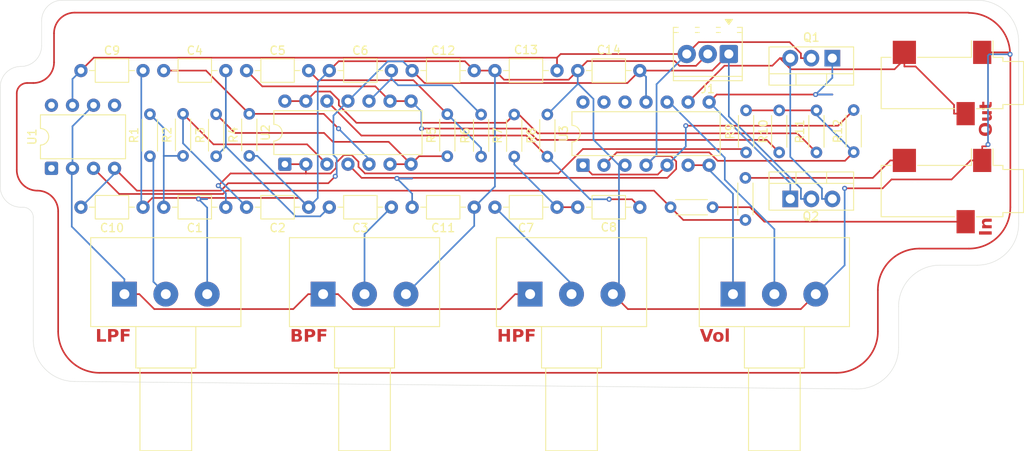
<source format=kicad_pcb>
(kicad_pcb (version 20241229) (generator "pcbnew") (generator_version "9.0")
  (layers (0 "F.Cu" signal) (2 "B.Cu" signal) (13 "F.Paste" user) (15 "B.Paste" user) (5 "F.SilkS" user "F.Silkscreen") (7 "B.SilkS" user "B.Silkscreen") (1 "F.Mask" user) (3 "B.Mask" user) (25 "Edge.Cuts" user))
  (net 0 "")
  (net 1 "Net-(U2A--)")
  (net 2 "Net-(C1-Pad2)")
  (net 3 "GND")
  (net 4 "Net-(U2A-+)")
  (net 5 "Net-(C3-Pad2)")
  (net 6 "Net-(C3-Pad1)")
  (net 7 "Net-(U2B-+)")
  (net 8 "Net-(U2C--)")
  (net 9 "Net-(C5-Pad2)")
  (net 10 "Net-(U2C-+)")
  (net 11 "Net-(C7-Pad1)")
  (net 12 "Net-(C7-Pad2)")
  (net 13 "Net-(U2D-+)")
  (net 14 "VCC")
  (net 15 "VEE")
  (net 16 "Net-(J4-PadT)")
  (net 17 "Net-(J4-PadR)")
  (net 18 "Net-(Q1-E)")
  (net 19 "Net-(Q1-B)")
  (net 20 "Net-(R1-Pad1)")
  (net 21 "Net-(U2B--)")
  (net 22 "Net-(U2D--)")
  (net 23 "Net-(U3A--)")
  (net 24 "Net-(U3B-+)")
  (net 25 "Net-(U1-+)")
  (net 26 "Net-(U1--)")
  (net 27 "Net-(U3C-+)")
  (net 28 "Net-(U3B--)")
  (footprint "Package_DIP:DIP-14_W7.62mm" (layer "F.Cu") (at 130.88 102.805 90)
    (property "Reference" "U2")
    (property "Value" "TL084" (hide yes))
  )
  (footprint "Resistor_THT:R_Axial_DIN0204_L3.6mm_D1.6mm_P5.08mm_Horizontal" (layer "F.Cu") (at 186.5 104.46 -90)
    (property "Reference" "R14" (hide yes))
    (property "Value" "R_US" (hide yes))
  )
  (footprint "Connector_Audio:Jack_3.5mm_CUI_SJ-3523-SMT_Horizontal" (layer "F.Cu") (at 211.5 93 -90)
    (property "Reference" "J5" (hide yes))
    (property "Value" "AudioJack3_SwitchTR" (hide yes))
  )
  (footprint "Resistor_THT:R_Axial_DIN0204_L3.6mm_D1.6mm_P5.08mm_Horizontal" (layer "F.Cu") (at 118.58 101.805 90)
    (property "Reference" "R2")
    (property "Value" "240k" (hide yes))
  )
  (footprint "Potentiometer_THT:Potentiometer_Alps_RK163_Single_Horizontal" (layer "F.Cu") (at 160.5 118.5 90)
    (property "Reference" "RV3" (hide yes))
    (property "Value" "20k" (hide yes))
  )
  (footprint "Capacitor_THT:C_Axial_L3.8mm_D2.6mm_P7.50mm_Horizontal" (layer "F.Cu") (at 173.75 108 180)
    (property "Reference" "C8")
    (property "Value" "470p" (hide yes))
  )
  (footprint "Resistor_THT:R_Axial_DIN0204_L3.6mm_D1.6mm_P5.08mm_Horizontal" (layer "F.Cu") (at 195.08 101.385 90)
    (property "Reference" "R11")
    (property "Value" "10k" (hide yes))
  )
  (footprint "Resistor_THT:R_Axial_DIN0204_L3.6mm_D1.6mm_P5.08mm_Horizontal" (layer "F.Cu") (at 182.54 108 180)
    (property "Reference" "R13" (hide yes))
    (property "Value" "1k" (hide yes))
  )
  (footprint "Resistor_THT:R_Axial_DIN0204_L3.6mm_D1.6mm_P5.08mm_Horizontal" (layer "F.Cu") (at 186.58 101.385 90)
    (property "Reference" "R9")
    (property "Value" "10k" (hide yes))
  )
  (footprint "Resistor_THT:R_Axial_DIN0204_L3.6mm_D1.6mm_P5.08mm_Horizontal" (layer "F.Cu") (at 154.58 101.885 90)
    (property "Reference" "R6")
    (property "Value" "82k" (hide yes))
  )
  (footprint "TerminalBlock_Phoenix:TerminalBlock_Phoenix_MPT-0,5-3-2.54_1x03_P2.54mm_Horizontal" (layer "F.Cu") (at 184.5 89.5 180)
    (property "Reference" "J1")
    (property "Value" "Screw_Terminal_01x03" (hide yes))
  )
  (footprint "Capacitor_THT:C_Axial_L3.8mm_D2.6mm_P7.50mm_Horizontal" (layer "F.Cu") (at 136.25 108)
    (property "Reference" "C3")
    (property "Value" "4.7n" (hide yes))
  )
  (footprint "Capacitor_THT:C_Axial_L3.8mm_D2.6mm_P7.50mm_Horizontal" (layer "F.Cu") (at 173.75 91.5 180)
    (property "Reference" "C14")
    (property "Value" "100n" (hide yes))
  )
  (footprint "Resistor_THT:R_Axial_DIN0204_L3.6mm_D1.6mm_P5.08mm_Horizontal" (layer "F.Cu") (at 199.58 101.345 90)
    (property "Reference" "R12")
    (property "Value" "10k" (hide yes))
  )
  (footprint "Potentiometer_THT:Potentiometer_Alps_RK163_Single_Horizontal" (layer "F.Cu") (at 135.5 118.5 90)
    (property "Reference" "RV2" (hide yes))
    (property "Value" "20k" (hide yes))
  )
  (footprint "Resistor_THT:R_Axial_DIN0204_L3.6mm_D1.6mm_P5.08mm_Horizontal" (layer "F.Cu") (at 122.58 101.845 90)
    (property "Reference" "R3")
    (property "Value" "100k" (hide yes))
  )
  (footprint "Resistor_THT:R_Axial_DIN0204_L3.6mm_D1.6mm_P5.08mm_Horizontal" (layer "F.Cu") (at 190.58 101.385 90)
    (property "Reference" "R10")
    (property "Value" "10k" (hide yes))
  )
  (footprint "Potentiometer_THT:Potentiometer_Alps_RK163_Single_Horizontal" (layer "F.Cu") (at 111.5 118.5 90)
    (property "Reference" "RV1" (hide yes))
    (property "Value" "20k" (hide yes))
  )
  (footprint "Resistor_THT:R_Axial_DIN0204_L3.6mm_D1.6mm_P5.08mm_Horizontal" (layer "F.Cu") (at 126.58 101.805 90)
    (property "Reference" "R4")
    (property "Value" "200k" (hide yes))
  )
  (footprint "Resistor_THT:R_Axial_DIN0204_L3.6mm_D1.6mm_P5.08mm_Horizontal" (layer "F.Cu") (at 158.58 101.885 90)
    (property "Reference" "R7")
    (property "Value" "51k" (hide yes))
  )
  (footprint "Capacitor_THT:C_Axial_L3.8mm_D2.6mm_P7.50mm_Horizontal" (layer "F.Cu") (at 146.25 91.5)
    (property "Reference" "C12")
    (property "Value" "100n" (hide yes))
  )
  (footprint "Capacitor_THT:C_Axial_L3.8mm_D2.6mm_P7.50mm_Horizontal" (layer "F.Cu") (at 126.25 91.5)
    (property "Reference" "C5")
    (property "Value" "470p" (hide yes))
  )
  (footprint "Capacitor_THT:C_Axial_L3.8mm_D2.6mm_P7.50mm_Horizontal" (layer "F.Cu") (at 106.25 108)
    (property "Reference" "C10")
    (property "Value" "100n" (hide yes))
  )
  (footprint "Potentiometer_THT:Potentiometer_Alps_RK163_Single_Horizontal" (layer "F.Cu") (at 185 118.5 90)
    (property "Reference" "RV4" (hide yes))
    (property "Value" "100k" (hide yes))
  )
  (footprint "Resistor_THT:R_Axial_DIN0204_L3.6mm_D1.6mm_P5.08mm_Horizontal" (layer "F.Cu") (at 114.58 101.845 90)
    (property "Reference" "R1")
    (property "Value" "240k" (hide yes))
  )
  (footprint "Capacitor_THT:C_Axial_L3.8mm_D2.6mm_P7.50mm_Horizontal" (layer "F.Cu") (at 136.25 91.5)
    (property "Reference" "C6")
    (property "Value" "470p" (hide yes))
  )
  (footprint "Resistor_THT:R_Axial_DIN0204_L3.6mm_D1.6mm_P5.08mm_Horizontal" (layer "F.Cu") (at 162.58 101.885 90)
    (property "Reference" "R8")
    (property "Value" "100k" (hide yes))
  )
  (footprint "Connector_Audio:Jack_3.5mm_CUI_SJ-3523-SMT_Horizontal" (layer "F.Cu") (at 211.5 106.05 -90)
    (property "Reference" "J4" (hide yes))
    (property "Value" "AudioJack3_SwitchTR" (hide yes))
  )
  (footprint "Capacitor_THT:C_Axial_L3.8mm_D2.6mm_P7.50mm_Horizontal" (layer "F.Cu") (at 146.25 108)
    (property "Reference" "C11")
    (property "Value" "100n" (hide yes))
  )
  (footprint "Capacitor_THT:C_Axial_L3.8mm_D2.6mm_P7.50mm_Horizontal" (layer "F.Cu") (at 133.75 108 180)
    (property "Reference" "C2")
    (property "Value" "2.2n" (hide yes))
  )
  (footprint "Capacitor_THT:C_Axial_L3.8mm_D2.6mm_P7.50mm_Horizontal" (layer "F.Cu") (at 116.25 91.5)
    (property "Reference" "C4")
    (property "Value" "4.7n" (hide yes))
  )
  (footprint "Package_TO_SOT_THT:TO-220-3_Vertical" (layer "F.Cu") (at 191.92 107)
    (property "Reference" "Q2")
    (property "Value" "TIP42" (hide yes))
  )
  (footprint "Package_TO_SOT_THT:TO-220-3_Vertical" (layer "F.Cu") (at 197 90 180)
    (property "Reference" "Q1")
    (property "Value" "TIP41" (hide yes))
  )
  (footprint "Package_DIP:DIP-8_W7.62mm" (layer "F.Cu") (at 102.69 103.305 90)
    (property "Reference" "U1")
    (property "Value" "TL081" (hide yes))
  )
  (footprint "Capacitor_THT:C_Axial_L3.8mm_D2.6mm_P7.50mm_Horizontal" (layer "F.Cu") (at 123.75 108 180)
    (property "Reference" "C1")
    (property "Value" "4.7n" (hide yes))
  )
  (footprint "Capacitor_THT:C_Axial_L3.8mm_D2.6mm_P7.50mm_Horizontal" (layer "F.Cu") (at 106.25 91.5)
    (property "Reference" "C9")
    (property "Value" "100n" (hide yes))
  )
  (footprint "Capacitor_THT:C_Axial_L3.8mm_D2.6mm_P7.50mm_Horizontal" (layer "F.Cu") (at 163.75 108 180)
    (property "Reference" "C7")
    (property "Value" "470p" (hide yes))
  )
  (footprint "Capacitor_THT:C_Axial_L3.8mm_D2.6mm_P7.50mm_Horizontal" (layer "F.Cu") (at 163.75 91.5 180)
    (property "Reference" "C13")
    (property "Value" "100n" (hide yes))
  )
  (footprint "Package_DIP:DIP-14_W7.62mm" (layer "F.Cu") (at 166.88 102.925 90)
    (property "Reference" "U3")
    (property "Value" "TL084" (hide yes))
  )
  (footprint "Resistor_THT:R_Axial_DIN0204_L3.6mm_D1.6mm_P5.08mm_Horizontal" (layer "F.Cu") (at 150.5 101.845 90)
    (property "Reference" "R5")
    (property "Value" "82k" (hide yes))
  )
  (gr_line (start 213.5 113) (end 207.5 113) (stroke (width 0.2)) (layer "F.Cu") (net 3))
  (gr_arc (start 103 90.5) (mid 102.267767 92.267767) (end 100.5 93) (stroke (width 0.2)) (layer "F.Cu") (net 3))
  (gr_arc (start 202.5 118) (mid 203.964466 114.464466) (end 207.5 113) (stroke (width 0.2)) (layer "F.Cu") (net 3))
  (gr_line (start 202.5 118) (end 202.5 123) (stroke (width 0.2)) (layer "F.Cu") (net 3))
  (gr_arc (start 103 87) (mid 103.732233 85.232233) (end 105.5 84.5) (stroke (width 0.2)) (layer "F.Cu") (net 3))
  (gr_arc (start 108.5 128) (mid 104.964466 126.535534) (end 103.5 123) (stroke (width 0.2)) (layer "F.Cu") (net 3))
  (gr_line (start 105.5 84.5) (end 213.464466 84.5) (stroke (width 0.2)) (layer "F.Cu") (net 3))
  (gr_arc (start 101 106) (mid 99.232233 105.267767) (end 98.5 103.5) (stroke (width 0.2)) (layer "F.Cu") (net 3))
  (gr_line (start 197.5 128) (end 108.5 128) (stroke (width 0.2)) (layer "F.Cu") (net 3))
  (gr_arc (start 202.5 123) (mid 201.035534 126.535534) (end 197.5 128) (stroke (width 0.2)) (layer "F.Cu") (net 3))
  (gr_line (start 98.5 94.25) (end 98.5 103.5) (stroke (width 0.2)) (layer "F.Cu") (net 3))
  (gr_arc (start 98.5 94.25) (mid 98.866117 93.366117) (end 99.75 93) (stroke (width 0.2)) (layer "F.Cu") (net 3))
  (gr_line (start 100.5 93) (end 99.75 93) (stroke (width 0.2)) (layer "F.Cu") (net 3))
  (gr_arc (start 213.464466 84.535534) (mid 217 86) (end 218.464466 89.535534) (stroke (width 0.2)) (layer "F.Cu") (net 3))
  (gr_arc (start 218.5 108) (mid 217.035534 111.535534) (end 213.5 113) (stroke (width 0.2)) (layer "F.Cu") (net 3))
  (gr_arc (start 101 106) (mid 102.767767 106.732233) (end 103.5 108.5) (stroke (width 0.2)) (layer "F.Cu") (net 3))
  (gr_line (start 103.5 123) (end 103.5 108.5) (stroke (width 0.2)) (layer "F.Cu") (net 3))
  (gr_line (start 218.5 89.5) (end 218.5 108) (stroke (width 0.2)) (layer "F.Cu") (net 3))
  (gr_line (start 103 87) (end 103 90.5) (stroke (width 0.2)) (layer "F.Cu") (net 3))
  (gr_line (start 205 120) (end 205 124.951924) (stroke (width 0.05)) (layer "Edge.Cuts"))
  (gr_arc (start 96.5 93.5) (mid 97.232233 91.732233) (end 99 91) (stroke (width 0.05)) (layer "Edge.Cuts"))
  (gr_arc (start 101.5 88.5) (mid 100.767767 90.267767) (end 99 91) (stroke (width 0.05)) (layer "Edge.Cuts"))
  (gr_arc (start 101.5 85.5) (mid 102.232233 83.732233) (end 104 83) (stroke (width 0.05)) (layer "Edge.Cuts"))
  (gr_line (start 219.5 88) (end 219.5 110) (stroke (width 0.05)) (layer "Edge.Cuts"))
  (gr_arc (start 99.25 108) (mid 100.133883 108.366117) (end 100.5 109.25) (stroke (width 0.05)) (layer "Edge.Cuts"))
  (gr_line (start 100.5 124.047618) (end 100.5 109.25) (stroke (width 0.05)) (layer "Edge.Cuts"))
  (gr_arc (start 99 108) (mid 97.232233 107.267767) (end 96.5 105.5) (stroke (width 0.05)) (layer "Edge.Cuts"))
  (gr_line (start 101.5 88.5) (end 101.5 85.5) (stroke (width 0.05)) (layer "Edge.Cuts"))
  (gr_line (start 199.952155 129.951695) (end 105.452155 129.047389) (stroke (width 0.05)) (layer "Edge.Cuts"))
  (gr_arc (start 205 124.951924) (mid 203.518577 128.504333) (end 199.952155 129.951695) (stroke (width 0.05)) (layer "Edge.Cuts"))
  (gr_arc (start 205 120) (mid 206.464466 116.464466) (end 210 115) (stroke (width 0.05)) (layer "Edge.Cuts"))
  (gr_line (start 214.5 115) (end 210 115) (stroke (width 0.05)) (layer "Edge.Cuts"))
  (gr_arc (start 219.5 110) (mid 218.035534 113.535534) (end 214.5 115) (stroke (width 0.05)) (layer "Edge.Cuts"))
  (gr_line (start 104 83) (end 214.5 83) (stroke (width 0.05)) (layer "Edge.Cuts"))
  (gr_arc (start 214.5 83) (mid 218.035534 84.464466) (end 219.5 88) (stroke (width 0.05)) (layer "Edge.Cuts"))
  (gr_line (start 99.25 108) (end 99 108) (stroke (width 0.05)) (layer "Edge.Cuts"))
  (gr_line (start 96.5 105.5) (end 96.5 93.5) (stroke (width 0.05)) (layer "Edge.Cuts"))
  (gr_arc (start 105.452155 129.047389) (mid 101.947584 127.566197) (end 100.5 124.047618) (stroke (width 0.05)) (layer "Edge.Cuts"))
  (gr_text "HPF" (at 156.5 124.5 0) (layer "F.Cu") (effects (font (size 1.5 1.5) (thickness 0.3) (bold yes)) (justify left bottom)))
  (gr_text "BPF" (at 131.5 124.5 0) (layer "F.Cu") (effects (font (size 1.5 1.5) (thickness 0.3) (bold yes)) (justify left bottom)))
  (gr_text "Out" (at 216.5 99.5 90) (layer "F.Cu") (effects (font (size 1.5 1.5) (thickness 0.3) (bold yes)) (justify left bottom)))
  (gr_text "Vol" (at 181 124.5 0) (layer "F.Cu") (effects (font (size 1.5 1.5) (thickness 0.3) (bold yes)) (justify left bottom)))
  (gr_text "In" (at 216.5 111.5 90) (layer "F.Cu") (effects (font (size 1.5 1.5) (thickness 0.3) (bold yes)) (justify left bottom)))
  (gr_text "LPF" (at 108 124.5 0) (layer "F.Cu") (effects (font (size 1.5 1.5) (thickness 0.3) (bold yes)) (justify left bottom)))
  (segment (start 133.42 103.9244) (end 124.3148 103.9244) (width 0.2) (layer "F.Cu") (net 1))
  (segment (start 137.0617 102.6459) (end 137.0617 103.2614) (width 0.2) (layer "F.Cu") (net 1))
  (segment (start 139.77 103.1344) (end 139.77 102.509) (width 0.2) (layer "F.Cu") (net 1))
  (segment (start 138.9643 101.7033) (end 138.0043 101.7033) (width 0.2) (layer "F.Cu") (net 1))
  (segment (start 163.9278 103.9183) (end 140.5539 103.9183) (width 0.2) (layer "F.Cu") (net 1))
  (segment (start 140.5539 103.9183) (end 139.77 103.1344) (width 0.2) (layer "F.Cu") (net 1))
  (segment (start 137.0617 103.2614) (end 136.3987 103.9244) (width 0.2) (layer "F.Cu") (net 1))
  (segment (start 133.42 103.9244) (end 133.42 102.805) (width 0.2) (layer "F.Cu") (net 1))
  (segment (start 166.8695 100.9766) (end 163.9278 103.9183) (width 0.2) (layer "F.Cu") (net 1))
  (segment (start 130.88 102.805) (end 133.42 102.805) (width 0.2) (layer "F.Cu") (net 1))
  (segment (start 138.0043 101.7033) (end 137.0617 102.6459) (width 0.2) (layer "F.Cu") (net 1))
  (segment (start 186.58 101.385) (end 186.1716 100.9766) (width 0.2) (layer "F.Cu") (net 1))
  (segment (start 186.1716 100.9766) (end 166.8695 100.9766) (width 0.2) (layer "F.Cu") (net 1))
  (segment (start 136.3987 103.9244) (end 133.42 103.9244) (width 0.2) (layer "F.Cu") (net 1))
  (segment (start 139.77 102.509) (end 138.9643 101.7033) (width 0.2) (layer "F.Cu") (net 1))
  (segment (start 124.3148 103.9244) (end 122.8404 105.3988) (width 0.2) (layer "F.Cu") (net 1))
  (via (at 122.8404 105.3988) (size 0.6) (drill 0.3) (layers "F.Cu" "B.Cu") (net 1))
  (segment (start 123.75 106.3084) (end 123.75 108) (width 0.2) (layer "B.Cu") (net 1))
  (segment (start 122.8404 105.3988) (end 123.75 106.3084) (width 0.2) (layer "B.Cu") (net 1))
  (segment (start 116.25 98.435) (end 116.25 101.805) (width 0.2) (layer "B.Cu") (net 2))
  (segment (start 114.58 96.765) (end 116.25 98.435) (width 0.2) (layer "B.Cu") (net 2))
  (segment (start 116.25 101.805) (end 118.58 101.805) (width 0.2) (layer "B.Cu") (net 2))
  (segment (start 116.25 101.805) (end 116.25 108) (width 0.2) (layer "B.Cu") (net 2))
  (segment (start 218.228932 89.3) (end 215.1 89.3) (width 0.2) (layer "F.Cu") (net 3))
  (segment (start 193.1983 120.3017) (end 172.3017 120.3017) (width 0.2) (layer "F.Cu") (net 3))
  (segment (start 113.75 108) (end 114.8696 106.8804) (width 0.2) (layer "F.Cu") (net 3))
  (segment (start 152.6199 90.3699) (end 153.75 91.5) (width 0.2) (layer "F.Cu") (net 3))
  (segment (start 167.3979 90.3521) (end 166.25 91.5) (width 0.2) (layer "F.Cu") (net 3))
  (segment (start 165.1483 92.6017) (end 166.25 91.5) (width 0.2) (layer "F.Cu") (net 3))
  (segment (start 157.3517 92.6017) (end 165.1483 92.6017) (width 0.2) (layer "F.Cu") (net 3))
  (segment (start 215.1 102.35) (end 215.1 100.6483) (width 0.2) (layer "F.Cu") (net 3))
  (segment (start 218.464466 89.535534) (end 218.228932 89.3) (width 0.2) (layer "F.Cu") (net 3))
  (segment (start 136.25 91.5) (end 137.3801 90.3699) (width 0.2) (layer "F.Cu") (net 3))
  (segment (start 195 118.5) (end 193.1983 120.3017) (width 0.2) (layer "F.Cu") (net 3))
  (segment (start 137.3801 90.3699) (end 152.6199 90.3699) (width 0.2) (layer "F.Cu") (net 3))
  (segment (start 181.96 89.5) (end 180.535 90.925) (width 0.2) (layer "F.Cu") (net 3))
  (segment (start 156.25 91.5) (end 157.3517 92.6017) (width 0.2) (layer "F.Cu") (net 3))
  (segment (start 120.4505 106.8804) (end 132.6304 106.8804) (width 0.2) (layer "F.Cu") (net 3))
  (segment (start 172.3017 120.3017) (end 170.5 118.5) (width 0.2) (layer "F.Cu") (net 3))
  (segment (start 178.545 90.925) (end 177.9721 90.3521) (width 0.2) (layer "F.Cu") (net 3))
  (segment (start 215.5835 100.6483) (end 215.8007 100.4311) (width 0.2) (layer "F.Cu") (net 3))
  (segment (start 211.4 104.6483) (end 213.6983 102.35) (width 0.2) (layer "F.Cu") (net 3))
  (segment (start 120.4505 107.004) (end 121.5 107.004) (width 0.2) (layer "F.Cu") (net 3))
  (segment (start 204.1435 104.6483) (end 211.4 104.6483) (width 0.2) (layer "F.Cu") (net 3))
  (segment (start 120.4505 106.8804) (end 120.4505 107.004) (width 0.2) (layer "F.Cu") (net 3))
  (segment (start 121.5 107.004) (end 120.4505 107.004) (width 0.2) (layer "F.Cu") (net 3))
  (segment (start 198.4869 105.7192) (end 203.0726 105.7192) (width 0.2) (layer "F.Cu") (net 3))
  (segment (start 203.0726 105.7192) (end 204.1435 104.6483) (width 0.2) (layer "F.Cu") (net 3))
  (segment (start 177.9721 90.3521) (end 167.3979 90.3521) (width 0.2) (layer "F.Cu") (net 3))
  (segment (start 215.1 100.6483) (end 215.5835 100.6483) (width 0.2) (layer "F.Cu") (net 3))
  (segment (start 215.1 102.35) (end 213.6983 102.35) (width 0.2) (layer "F.Cu") (net 3))
  (segment (start 114.8696 106.8804) (end 120.4505 106.8804) (width 0.2) (layer "F.Cu") (net 3))
  (segment (start 132.6304 106.8804) (end 133.75 108) (width 0.2) (layer "F.Cu") (net 3))
  (segment (start 153.75 91.5) (end 156.25 91.5) (width 0.2) (layer "F.Cu") (net 3))
  (segment (start 180.535 90.925) (end 178.545 90.925) (width 0.2) (layer "F.Cu") (net 3))
  (via (at 198.4869 105.7192) (size 0.6) (drill 0.3) (layers "F.Cu" "B.Cu") (net 3))
  (via (at 215.8007 100.4311) (size 0.6) (drill 0.3) (layers "F.Cu" "B.Cu") (net 3))
  (via (at 218.464466 89.535534) (size 0.6) (drill 0.3) (layers "F.Cu" "B.Cu") (net 3))
  (via (at 120.4505 107.004) (size 0.6) (drill 0.3) (layers "F.Cu" "B.Cu") (net 3))
  (segment (start 195 118.5) (end 198.4869 115.0131) (width 0.2) (layer "B.Cu") (net 3))
  (segment (start 218.464466 89.535534) (end 215.948466 89.535534) (width 0.2) (layer "B.Cu") (net 3))
  (segment (start 133.75 108) (end 127.555 101.805) (width 0.2) (layer "B.Cu") (net 3))
  (segment (start 121.5 118.5) (end 121.5 108.0535) (width 0.2) (layer "B.Cu") (net 3))
  (segment (start 215.8007 89.6833) (end 215.8007 100.4311) (width 0.2) (layer "B.Cu") (net 3))
  (segment (start 170.5 118.5) (end 171.23 117.77) (width 0.2) (layer "B.Cu") (net 3))
  (segment (start 168.15 94.9312) (end 166.3538 93.135) (width 0.2) (layer "B.Cu") (net 3))
  (segment (start 145.5 118.5) (end 153.75 110.25) (width 0.2) (layer "B.Cu") (net 3))
  (segment (start 171.23 117.77) (end 171.23 102.925) (width 0.2) (layer "B.Cu") (net 3))
  (segment (start 134.8502 92.8998) (end 136.25 91.5) (width 0.2) (layer "B.Cu") (net 3))
  (segment (start 166.25 93.135) (end 162.58 96.805) (width 0.2) (layer "B.Cu") (net 3))
  (segment (start 113.5407 107.7907) (end 113.75 108) (width 0.2) (layer "B.Cu") (net 3))
  (segment (start 121.5 107.004) (end 120.4505 107.004) (width 0.2) (layer "B.Cu") (net 3))
  (segment (start 113.75 91.5) (end 113.5407 91.7093) (width 0.2) (layer "B.Cu") (net 3))
  (segment (start 153.75 110.25) (end 153.75 108) (width 0.2) (layer "B.Cu") (net 3))
  (segment (start 134.8502 106.8998) (end 134.8502 92.8998) (width 0.2) (layer "B.Cu") (net 3))
  (segment (start 215.948466 89.535534) (end 215.8007 89.6833) (width 0.2) (layer "B.Cu") (net 3))
  (segment (start 156.25 91.5) (end 156.25 105.5) (width 0.2) (layer "B.Cu") (net 3))
  (segment (start 113.5407 91.7093) (end 113.5407 107.7907) (width 0.2) (layer "B.Cu") (net 3))
  (segment (start 171.23 102.925) (end 171.96 102.925) (width 0.2) (layer "B.Cu") (net 3))
  (segment (start 171.23 102.925) (end 168.15 99.845) (width 0.2) (layer "B.Cu") (net 3))
  (segment (start 121.5 108.0535) (end 120.4505 107.004) (width 0.2) (layer "B.Cu") (net 3))
  (segment (start 166.25 91.5) (end 166.25 93.135) (width 0.2) (layer "B.Cu") (net 3))
  (segment (start 166.3538 93.135) (end 166.25 93.135) (width 0.2) (layer "B.Cu") (net 3))
  (segment (start 156.25 105.5) (end 153.75 108) (width 0.2) (layer "B.Cu") (net 3))
  (segment (start 127.555 101.805) (end 126.58 101.805) (width 0.2) (layer "B.Cu") (net 3))
  (segment (start 198.4869 115.0131) (end 198.4869 105.7192) (width 0.2) (layer "B.Cu") (net 3))
  (segment (start 133.75 108) (end 134.8502 106.8998) (width 0.2) (layer "B.Cu") (net 3))
  (segment (start 168.15 99.845) (end 168.15 94.9312) (width 0.2) (layer "B.Cu") (net 3))
  (segment (start 120.4505 107.004) (end 121.5 107.004) (width 0.2) (layer "B.Cu") (net 3))
  (segment (start 122.2634 100.4084) (end 133.5634 100.4084) (width 0.2) (layer "F.Cu") (net 4))
  (segment (start 118.58 96.725) (end 122.2634 100.4084) (width 0.2) (layer "F.Cu") (net 4))
  (segment (start 133.5634 100.4084) (end 135.96 102.805) (width 0.2) (layer "F.Cu") (net 4))
  (segment (start 118.58 100.2875) (end 118.58 96.725) (width 0.2) (layer "B.Cu") (net 4))
  (segment (start 126.25 107.9575) (end 118.58 100.2875) (width 0.2) (layer "B.Cu") (net 4))
  (segment (start 126.25 108) (end 126.25 107.9575) (width 0.2) (layer "B.Cu") (net 4))
  (segment (start 140.5 118.5) (end 140.5 111.25) (width 0.2) (layer "B.Cu") (net 5))
  (segment (start 140.5 111.25) (end 143.75 108) (width 0.2) (layer "B.Cu") (net 5))
  (segment (start 123.75 100.675) (end 122.58 101.845) (width 0.2) (layer "B.Cu") (net 6))
  (segment (start 132.1767 109.1017) (end 123.75 100.675) (width 0.2) (layer "B.Cu") (net 6))
  (segment (start 136.25 108) (end 135.1483 109.1017) (width 0.2) (layer "B.Cu") (net 6))
  (segment (start 123.75 91.5) (end 123.75 100.675) (width 0.2) (layer "B.Cu") (net 6))
  (segment (start 135.1483 109.1017) (end 132.1767 109.1017) (width 0.2) (layer "B.Cu") (net 6))
  (segment (start 135.5749 96.725) (end 126.58 96.725) (width 0.2) (layer "F.Cu") (net 7))
  (segment (start 121.355 91.5) (end 126.58 96.725) (width 0.2) (layer "F.Cu") (net 7))
  (segment (start 137.3654 98.5155) (end 135.5749 96.725) (width 0.2) (layer "F.Cu") (net 7))
  (segment (start 116.25 91.5) (end 121.355 91.5) (width 0.2) (layer "F.Cu") (net 7))
  (via (at 137.3654 98.5155) (size 0.6) (drill 0.3) (layers "F.Cu" "B.Cu") (net 7))
  (segment (start 141.04 102.805) (end 141.04 102.1901) (width 0.2) (layer "B.Cu") (net 7))
  (segment (start 141.04 102.1901) (end 137.3654 98.5155) (width 0.2) (layer "B.Cu") (net 7))
  (segment (start 128.1561 93.4061) (end 126.25 91.5) (width 0.2) (layer "F.Cu") (net 8))
  (segment (start 161.3665 99.8743) (end 189.0693 99.8743) (width 0.2) (layer "F.Cu") (net 8))
  (segment (start 189.0693 99.8743) (end 190.58 101.385) (width 0.2) (layer "F.Cu") (net 8))
  (segment (start 141.8011 93.4061) (end 128.1561 93.4061) (width 0.2) (layer "F.Cu") (net 8))
  (segment (start 143.58 95.185) (end 141.8011 93.4061) (width 0.2) (layer "F.Cu") (net 8))
  (segment (start 159.9955 98.5033) (end 161.3665 99.8743) (width 0.2) (layer "F.Cu") (net 8))
  (segment (start 143.58 95.185) (end 146.12 95.185) (width 0.2) (layer "F.Cu") (net 8))
  (segment (start 147.3826 98.5033) (end 159.9955 98.5033) (width 0.2) (layer "F.Cu") (net 8))
  (via (at 147.3826 98.5033) (size 0.6) (drill 0.3) (layers "F.Cu" "B.Cu") (net 8))
  (segment (start 147.3826 96.4476) (end 147.3826 98.5033) (width 0.2) (layer "B.Cu") (net 8))
  (segment (start 146.12 95.185) (end 147.3826 96.4476) (width 0.2) (layer "B.Cu") (net 8))
  (segment (start 133.75 91.5) (end 134.9122 92.6622) (width 0.2) (layer "F.Cu") (net 9))
  (segment (start 134.9122 92.6622) (end 146.3972 92.6622) (width 0.2) (layer "F.Cu") (net 9))
  (segment (start 146.3972 92.6622) (end 150.5 96.765) (width 0.2) (layer "F.Cu") (net 9))
  (segment (start 150.5 96.765) (end 154.58 100.845) (width 0.2) (layer "B.Cu") (net 9))
  (segment (start 154.58 100.845) (end 154.58 101.885) (width 0.2) (layer "B.Cu") (net 9))
  (segment (start 143.75 92.475) (end 141.04 95.185) (width 0.2) (layer "B.Cu") (net 10))
  (segment (start 151.0525 93.2775) (end 144.5525 93.2775) (width 0.2) (layer "B.Cu") (net 10))
  (segment (start 154.58 96.805) (end 151.0525 93.2775) (width 0.2) (layer "B.Cu") (net 10))
  (segment (start 143.75 91.5) (end 143.75 92.475) (width 0.2) (layer "B.Cu") (net 10))
  (segment (start 144.5525 93.2775) (end 143.75 92.475) (width 0.2) (layer "B.Cu") (net 10))
  (segment (start 166.25 108) (end 163.75 108) (width 0.2) (layer "F.Cu") (net 11))
  (segment (start 158.58 102.83) (end 158.58 101.885) (width 0.2) (layer "B.Cu") (net 11))
  (segment (start 163.75 108) (end 158.58 102.83) (width 0.2) (layer "B.Cu") (net 11))
  (segment (start 156.25 108) (end 165.5 117.25) (width 0.2) (layer "B.Cu") (net 12))
  (segment (start 165.5 117.25) (end 165.5 118.5) (width 0.2) (layer "B.Cu") (net 12))
  (segment (start 160.04 99.345) (end 162.58 101.885) (width 0.2) (layer "F.Cu") (net 13))
  (segment (start 140.12 99.345) (end 160.04 99.345) (width 0.2) (layer "F.Cu") (net 13))
  (segment (start 135.96 95.185) (end 140.12 99.345) (width 0.2) (layer "F.Cu") (net 13))
  (segment (start 170.0464 107.0402) (end 172.7902 107.0402) (width 0.2) (layer "F.Cu") (net 13))
  (segment (start 172.7902 107.0402) (end 173.75 108) (width 0.2) (layer "F.Cu") (net 13))
  (via (at 170.0464 107.0402) (size 0.6) (drill 0.3) (layers "F.Cu" "B.Cu") (net 13))
  (segment (start 162.58 101.885) (end 167.7352 107.0402) (width 0.2) (layer "B.Cu") (net 13))
  (segment (start 167.7352 107.0402) (end 170.0464 107.0402) (width 0.2) (layer "B.Cu") (net 13))
  (segment (start 107.811 89.939) (end 106.25 91.5) (width 0.2) (layer "F.Cu") (net 14))
  (segment (start 179.42 89.5) (end 180.8583 88.0617) (width 0.2) (layer "F.Cu") (net 14))
  (segment (start 146.25 104.52) (end 144.4079 104.52) (width 0.2) (layer "F.Cu") (net 14))
  (segment (start 178.1417 103.3814) (end 177.068 104.4551) (width 0.2) (layer "F.Cu") (net 14))
  (segment (start 175.6017 101.8233) (end 177.4964 101.8233) (width 0.2) (layer "F.Cu") (net 14))
  (segment (start 140.1501 104.4551) (end 144.4079 104.4551) (width 0.2) (layer "F.Cu") (net 14))
  (segment (start 177.068 104.4551) (end 144.4079 104.4551) (width 0.2) (layer "F.Cu") (net 14))
  (segment (start 174.5 102.925) (end 175.6017 101.8233) (width 0.2) (layer "F.Cu") (net 14))
  (segment (start 177.4964 101.8233) (end 178.1417 102.4686) (width 0.2) (layer "F.Cu") (net 14))
  (segment (start 178.1417 102.4686) (end 178.1417 103.3814) (width 0.2) (layer "F.Cu") (net 14))
  (segment (start 163.75 89.939) (end 107.811 89.939) (width 0.2) (layer "F.Cu") (net 14))
  (segment (start 164.189 89.5) (end 179.42 89.5) (width 0.2) (layer "F.Cu") (net 14))
  (segment (start 163.75 91.5) (end 163.75 89.939) (width 0.2) (layer "F.Cu") (net 14))
  (segment (start 138.5 102.805) (end 140.1501 104.4551) (width 0.2) (layer "F.Cu") (net 14))
  (segment (start 193.2058 89.4328) (end 193.2058 90) (width 0.2) (layer "F.Cu") (net 14))
  (segment (start 180.8583 88.0617) (end 191.8347 88.0617) (width 0.2) (layer "F.Cu") (net 14))
  (segment (start 144.4079 104.52) (end 146.25 104.52) (width 0.2) (layer "F.Cu") (net 14))
  (segment (start 191.8347 88.0617) (end 193.2058 89.4328) (width 0.2) (layer "F.Cu") (net 14))
  (segment (start 163.75 89.939) (end 164.189 89.5) (width 0.2) (layer "F.Cu") (net 14))
  (segment (start 144.4079 104.4551) (end 144.4079 104.52) (width 0.2) (layer "F.Cu") (net 14))
  (segment (start 194.46 90) (end 193.2058 90) (width 0.2) (layer "F.Cu") (net 14))
  (via (at 144.4079 104.52) (size 0.6) (drill 0.3) (layers "F.Cu" "B.Cu") (net 14))
  (segment (start 144.4079 104.52) (end 146.25 104.52) (width 0.2) (layer "B.Cu") (net 14))
  (segment (start 146.25 104.52) (end 144.4079 104.52) (width 0.2) (layer "B.Cu") (net 14))
  (segment (start 105.23 92.52) (end 105.23 95.685) (width 0.2) (layer "B.Cu") (net 14))
  (segment (start 179.42 89.5) (end 175.77 93.15) (width 0.2) (layer "B.Cu") (net 14))
  (segment (start 175.77 101.655) (end 174.5 102.925) (width 0.2) (layer "B.Cu") (net 14))
  (segment (start 146.25 106.3621) (end 146.25 108) (width 0.2) (layer "B.Cu") (net 14))
  (segment (start 106.25 91.5) (end 105.23 92.52) (width 0.2) (layer "B.Cu") (net 14))
  (segment (start 175.77 93.15) (end 175.77 101.655) (width 0.2) (layer "B.Cu") (net 14))
  (segment (start 144.4079 104.52) (end 146.25 106.3621) (width 0.2) (layer "B.Cu") (net 14))
  (segment (start 136.1239 105.1039) (end 136.9664 104.2614) (width 0.2) (layer "F.Cu") (net 15))
  (segment (start 182.5 91.5) (end 184.5 89.5) (width 0.2) (layer "F.Cu") (net 15))
  (segment (start 123.1404 106.0005) (end 124.037 105.1039) (width 0.2) (layer "F.Cu") (net 15))
  (segment (start 147.7534 93.0034) (end 172.2466 93.0034) (width 0.2) (layer "F.Cu") (net 15))
  (segment (start 124.037 105.1039) (end 136.1239 105.1039) (width 0.2) (layer "F.Cu") (net 15))
  (segment (start 110.31 103.305) (end 113.0055 106.0005) (width 0.2) (layer "F.Cu") (net 15))
  (segment (start 173.75 91.5) (end 182.5 91.5) (width 0.2) (layer "F.Cu") (net 15))
  (segment (start 113.0055 106.0005) (end 123.1404 106.0005) (width 0.2) (layer "F.Cu") (net 15))
  (segment (start 172.2466 93.0034) (end 173.75 91.5) (width 0.2) (layer "F.Cu") (net 15))
  (segment (start 146.25 91.5) (end 147.7534 93.0034) (width 0.2) (layer "F.Cu") (net 15))
  (via (at 136.9664 104.2614) (size 0.6) (drill 0.3) (layers "F.Cu" "B.Cu") (net 15))
  (segment (start 184.5 97.038) (end 184.5 89.5) (width 0.2) (layer "B.Cu") (net 15))
  (segment (start 145.1399 90.3899) (end 146.25 91.5) (width 0.2) (layer "B.Cu") (net 15))
  (segment (start 136.7468 101.7126) (end 136.7468 96.9382) (width 0.2) (layer "B.Cu") (net 15))
  (segment (start 174.5 95.305) (end 174.5 92.25) (width 0.2) (layer "B.Cu") (net 15))
  (segment (start 136.9664 104.2614) (end 137.1393 104.0885) (width 0.2) (layer "B.Cu") (net 15))
  (segment (start 193.2058 105.7438) (end 184.5 97.038) (width 0.2) (layer "B.Cu") (net 15))
  (segment (start 110.31 103.94) (end 110.31 103.305) (width 0.2) (layer "B.Cu") (net 15))
  (segment (start 143.2951 90.3899) (end 145.1399 90.3899) (width 0.2) (layer "B.Cu") (net 15))
  (segment (start 136.7468 96.9382) (end 138.5 95.185) (width 0.2) (layer "B.Cu") (net 15))
  (segment (start 106.25 108) (end 110.31 103.94) (width 0.2) (layer "B.Cu") (net 15))
  (segment (start 137.1393 102.1051) (end 136.7468 101.7126) (width 0.2) (layer "B.Cu") (net 15))
  (segment (start 194.46 107) (end 193.2058 107) (width 0.2) (layer "B.Cu") (net 15))
  (segment (start 137.1393 104.0885) (end 137.1393 102.1051) (width 0.2) (layer "B.Cu") (net 15))
  (segment (start 174.5 92.25) (end 173.75 91.5) (width 0.2) (layer "B.Cu") (net 15))
  (segment (start 138.5 95.185) (end 143.2951 90.3899) (width 0.2) (layer "B.Cu") (net 15))
  (segment (start 193.2058 107) (end 193.2058 105.7438) (width 0.2) (layer "B.Cu") (net 15))
  (segment (start 186.5 104.46) (end 201.8883 104.46) (width 0.2) (layer "F.Cu") (net 16))
  (segment (start 205.7 102.35) (end 203.9983 102.35) (width 0.2) (layer "F.Cu") (net 16))
  (segment (start 201.8883 104.46) (end 203.9983 102.35) (width 0.2) (layer "F.Cu") (net 16))
  (segment (start 182.54 108) (end 187.0459 108) (width 0.2) (layer "F.Cu") (net 17))
  (segment (start 188.7959 109.75) (end 213.1 109.75) (width 0.2) (layer "F.Cu") (net 17))
  (segment (start 187.0459 108) (end 188.7959 109.75) (width 0.2) (layer "F.Cu") (net 17))
  (segment (start 179.58 95.305) (end 183.9744 90.9106) (width 0.2) (layer "F.Cu") (net 18))
  (segment (start 204.5102 91.3406) (end 192.0064 91.3406) (width 0.2) (layer "F.Cu") (net 18))
  (segment (start 205.7 89.3) (end 205.7 90.1508) (width 0.2) (layer "F.Cu") (net 18))
  (segment (start 213.1 96.7) (end 211.6983 96.7) (width 0.2) (layer "F.Cu") (net 18))
  (segment (start 205.7 90.1508) (end 204.5102 91.3406) (width 0.2) (layer "F.Cu") (net 18))
  (segment (start 205.7 90.1508) (end 205.7 91.0017) (width 0.2) (layer "F.Cu") (net 18))
  (segment (start 191.92 90) (end 190.6658 90) (width 0.2) (layer "F.Cu") (net 18))
  (segment (start 211.6983 95.6487) (end 211.6983 96.7) (width 0.2) (layer "F.Cu") (net 18))
  (segment (start 183.9744 90.9106) (end 189.7552 90.9106) (width 0.2) (layer "F.Cu") (net 18))
  (segment (start 207.0513 91.0017) (end 211.6983 95.6487) (width 0.2) (layer "F.Cu") (net 18))
  (segment (start 205.7 91.0017) (end 207.0513 91.0017) (width 0.2) (layer "F.Cu") (net 18))
  (segment (start 189.7552 90.9106) (end 190.6658 90) (width 0.2) (layer "F.Cu") (net 18))
  (segment (start 192.0064 91.3406) (end 190.6658 90) (width 0.2) (layer "F.Cu") (net 18))
  (segment (start 195.7458 105.7458) (end 195.7458 107) (width 0.2) (layer "B.Cu") (net 18))
  (segment (start 191.92 101.92) (end 195.7458 105.7458) (width 0.2) (layer "B.Cu") (net 18))
  (segment (start 197 107) (end 195.7458 107) (width 0.2) (layer "B.Cu") (net 18))
  (segment (start 191.92 90) (end 191.92 101.92) (width 0.2) (layer "B.Cu") (net 18))
  (segment (start 182.12 95.305) (end 183.0325 94.3925) (width 0.2) (layer "F.Cu") (net 19))
  (segment (start 183.0325 94.3925) (end 194.9778 94.3925) (width 0.2) (layer "F.Cu") (net 19))
  (segment (start 197 94.3925) (end 194.9778 94.3925) (width 0.2) (layer "F.Cu") (net 19))
  (segment (start 194.9778 94.3925) (end 197 94.3925) (width 0.2) (layer "F.Cu") (net 19))
  (via (at 194.9778 94.3925) (size 0.6) (drill 0.3) (layers "F.Cu" "B.Cu") (net 19))
  (segment (start 182.12 95.305) (end 191.92 105.105) (width 0.2) (layer "B.Cu") (net 19))
  (segment (start 197 92.3703) (end 197 90) (width 0.2) (layer "B.Cu") (net 19))
  (segment (start 194.9778 94.3925) (end 197 92.3703) (width 0.2) (layer "B.Cu") (net 19))
  (segment (start 194.9778 94.3925) (end 197 94.3925) (width 0.2) (layer "B.Cu") (net 19))
  (segment (start 191.92 105.105) (end 191.92 107) (width 0.2) (layer "B.Cu") (net 19))
  (segment (start 197 94.3925) (end 194.9778 94.3925) (width 0.2) (layer "B.Cu") (net 19))
  (segment (start 114.58 101.845) (end 115 102.265) (width 0.2) (layer "B.Cu") (net 20))
  (segment (start 115 117) (end 116.5 118.5) (width 0.2) (layer "B.Cu") (net 20))
  (segment (start 115 102.265) (end 115 117) (width 0.2) (layer "B.Cu") (net 20))
  (segment (start 122.58 96.765) (end 124.849 99.034) (width 0.2) (layer "F.Cu") (net 21))
  (segment (start 135.6149 99.034) (end 136.6867 100.1058) (width 0.2) (layer "F.Cu") (net 21))
  (segment (start 124.849 99.034) (end 135.6149 99.034) (width 0.2) (layer "F.Cu") (net 21))
  (segment (start 136.6867 100.1058) (end 143.4208 100.1058) (width 0.2) (layer "F.Cu") (net 21))
  (segment (start 150.5 101.845) (end 147.08 101.845) (width 0.2) (layer "F.Cu") (net 21))
  (segment (start 143.4208 100.1058) (end 146.12 102.805) (width 0.2) (layer "F.Cu") (net 21))
  (segment (start 143.58 102.805) (end 146.12 102.805) (width 0.2) (layer "F.Cu") (net 21))
  (segment (start 147.08 101.845) (end 146.12 102.805) (width 0.2) (layer "F.Cu") (net 21))
  (segment (start 195.08 101.385) (end 192.7754 99.0804) (width 0.2) (layer "F.Cu") (net 22))
  (segment (start 159.148 96.805) (end 158.58 96.805) (width 0.2) (layer "F.Cu") (net 22))
  (segment (start 157.5783 97.8067) (end 158.58 96.805) (width 0.2) (layer "F.Cu") (net 22))
  (segment (start 137.3983 95.6793) (end 139.5257 97.8067) (width 0.2) (layer "F.Cu") (net 22))
  (segment (start 136.3654 94.0311) (end 137.3983 95.064) (width 0.2) (layer "F.Cu") (net 22))
  (segment (start 161.4234 99.0804) (end 159.148 96.805) (width 0.2) (layer "F.Cu") (net 22))
  (segment (start 139.5257 97.8067) (end 157.5783 97.8067) (width 0.2) (layer "F.Cu") (net 22))
  (segment (start 192.7754 99.0804) (end 161.4234 99.0804) (width 0.2) (layer "F.Cu") (net 22))
  (segment (start 130.88 95.185) (end 133.42 95.185) (width 0.2) (layer "F.Cu") (net 22))
  (segment (start 137.3983 95.064) (end 137.3983 95.6793) (width 0.2) (layer "F.Cu") (net 22))
  (segment (start 133.42 95.185) (end 134.5739 94.0311) (width 0.2) (layer "F.Cu") (net 22))
  (segment (start 134.5739 94.0311) (end 136.3654 94.0311) (width 0.2) (layer "F.Cu") (net 22))
  (segment (start 186.58 96.305) (end 190.58 96.305) (width 0.2) (layer "F.Cu") (net 23))
  (segment (start 195.08 96.305) (end 190.58 96.305) (width 0.2) (layer "F.Cu") (net 23))
  (segment (start 182.1314 101.3783) (end 183.1486 102.3955) (width 0.2) (layer "F.Cu") (net 23))
  (segment (start 170.9667 101.3783) (end 182.1314 101.3783) (width 0.2) (layer "F.Cu") (net 23))
  (segment (start 169.42 102.925) (end 170.9667 101.3783) (width 0.2) (layer "F.Cu") (net 23))
  (segment (start 183.1486 102.3955) (end 198.5295 102.3955) (width 0.2) (layer "F.Cu") (net 23))
  (segment (start 198.5295 102.3955) (end 199.58 101.345) (width 0.2) (layer "F.Cu") (net 23))
  (segment (start 199.58 101.345) (end 195.08 96.845) (width 0.2) (layer "B.Cu") (net 23))
  (segment (start 195.08 96.845) (end 195.08 96.305) (width 0.2) (layer "B.Cu") (net 23))
  (segment (start 179.3 98.1617) (end 197.6833 98.1617) (width 0.2) (layer "F.Cu") (net 24))
  (segment (start 168.0084 104.0534) (end 175.9116 104.0534) (width 0.2) (layer "F.Cu") (net 24))
  (segment (start 175.9116 104.0534) (end 177.04 102.925) (width 0.2) (layer "F.Cu") (net 24))
  (segment (start 197.6833 98.1617) (end 199.58 96.265) (width 0.2) (layer "F.Cu") (net 24))
  (segment (start 166.88 102.925) (end 168.0084 104.0534) (width 0.2) (layer "F.Cu") (net 24))
  (via (at 179.3 98.1617) (size 0.6) (drill 0.3) (layers "F.Cu" "B.Cu") (net 24))
  (segment (start 177.04 102.925) (end 179.3 100.665) (width 0.2) (layer "B.Cu") (net 24))
  (segment (start 179.3 100.665) (end 179.3 98.1617) (width 0.2) (layer "B.Cu") (net 24))
  (segment (start 123.4069 106.4022) (end 123.6423 106.1668) (width 0.2) (layer "F.Cu") (net 25))
  (segment (start 123.8086 106.0005) (end 175.4605 106.0005) (width 0.2) (layer "F.Cu") (net 25))
  (segment (start 186.5 109.54) (end 179 109.54) (width 0.2) (layer "F.Cu") (net 25))
  (segment (start 107.77 103.305) (end 110.8672 106.4022) (width 0.2) (layer "F.Cu") (net 25))
  (segment (start 123.6423 106.1668) (end 123.8086 106.0005) (width 0.2) (layer "F.Cu") (net 25))
  (segment (start 175.4605 106.0005) (end 177.46 108) (width 0.2) (layer "F.Cu") (net 25))
  (segment (start 179 109.54) (end 177.46 108) (width 0.2) (layer "F.Cu") (net 25))
  (segment (start 110.8672 106.4022) (end 123.4069 106.4022) (width 0.2) (layer "F.Cu") (net 25))
  (segment (start 123.6423 106.1668) (end 123.8086 106.0005) (width 0.2) (layer "F.Cu") (net 25))
  (segment (start 135.5 118.5) (end 137.3017 118.5) (width 0.2) (layer "F.Cu") (net 26))
  (segment (start 113.3017 118.5) (end 115.1034 120.3017) (width 0.2) (layer "F.Cu") (net 26))
  (segment (start 135.5 118.5) (end 133.6983 118.5) (width 0.2) (layer "F.Cu") (net 26))
  (segment (start 160.5 118.5) (end 158.6983 118.5) (width 0.2) (layer "F.Cu") (net 26))
  (segment (start 131.8966 120.3017) (end 133.6983 118.5) (width 0.2) (layer "F.Cu") (net 26))
  (segment (start 111.5 118.5) (end 113.3017 118.5) (width 0.2) (layer "F.Cu") (net 26))
  (segment (start 115.1034 120.3017) (end 131.8966 120.3017) (width 0.2) (layer "F.Cu") (net 26))
  (segment (start 158.6983 118.5) (end 156.8966 120.3017) (width 0.2) (layer "F.Cu") (net 26))
  (segment (start 139.1034 120.3017) (end 137.3017 118.5) (width 0.2) (layer "F.Cu") (net 26))
  (segment (start 156.8966 120.3017) (end 139.1034 120.3017) (width 0.2) (layer "F.Cu") (net 26))
  (segment (start 107.77 95.685) (end 105.23 98.225) (width 0.2) (layer "B.Cu") (net 26))
  (segment (start 105.1401 103.3949) (end 105.23 103.305) (width 0.2) (layer "B.Cu") (net 26))
  (segment (start 105.1401 110.3384) (end 105.1401 103.3949) (width 0.2) (layer "B.Cu") (net 26))
  (segment (start 111.5 116.6983) (end 105.1401 110.3384) (width 0.2) (layer "B.Cu") (net 26))
  (segment (start 105.23 98.225) (end 105.23 103.305) (width 0.2) (layer "B.Cu") (net 26))
  (segment (start 111.5 118.5) (end 111.5 116.6983) (width 0.2) (layer "B.Cu") (net 26))
  (segment (start 184.0099 102.0207) (end 177.2942 95.305) (width 0.2) (layer "B.Cu") (net 27))
  (segment (start 177.2942 95.305) (end 177.04 95.305) (width 0.2) (layer "B.Cu") (net 27))
  (segment (start 190 118.5) (end 190 110.6636) (width 0.2) (layer "B.Cu") (net 27))
  (segment (start 190 110.6636) (end 184.0099 104.6735) (width 0.2) (layer "B.Cu") (net 27))
  (segment (start 184.0099 104.6735) (end 184.0099 102.0207) (width 0.2) (layer "B.Cu") (net 27))
  (segment (start 182.12 102.925) (end 179.58 102.925) (width 0.2) (layer "F.Cu") (net 28))
  (segment (start 182.12 102.925) (end 182.12 103.4929) (width 0.2) (layer "B.Cu") (net 28))
  (segment (start 185 106.3729) (end 185 118.5) (width 0.2) (layer "B.Cu") (net 28))
  (segment (start 182.12 103.4929) (end 185 106.3729) (width 0.2) (layer "B.Cu") (net 28))
)
</source>
